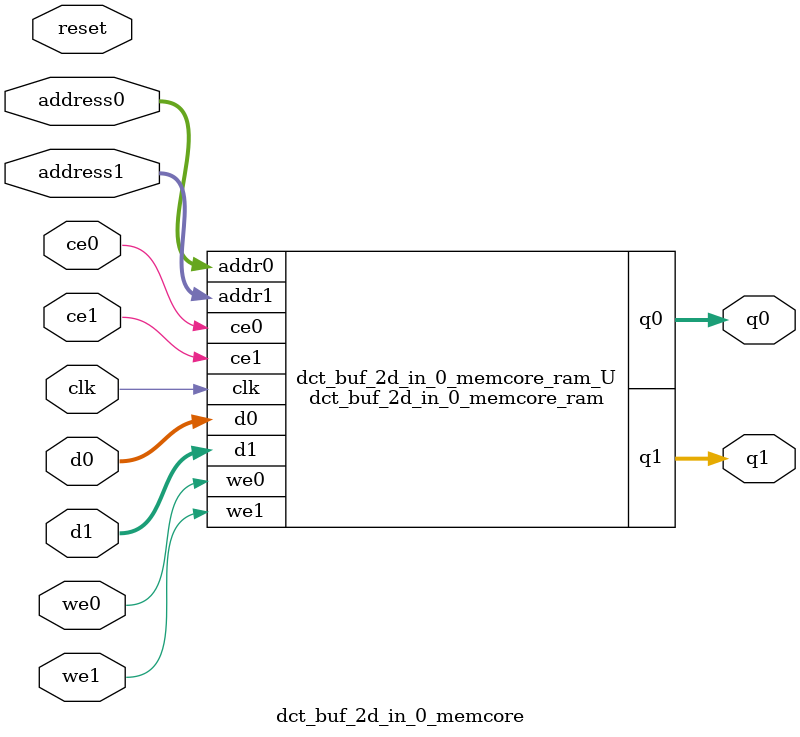
<source format=v>

`timescale 1 ns / 1 ps
module dct_buf_2d_in_0_memcore_ram (addr0, ce0, d0, we0, q0, addr1, ce1, d1, we1, q1,  clk);

parameter DWIDTH = 16;
parameter AWIDTH = 4;
parameter MEM_SIZE = 16;

input[AWIDTH-1:0] addr0;
input ce0;
input[DWIDTH-1:0] d0;
input we0;
output reg[DWIDTH-1:0] q0;
input[AWIDTH-1:0] addr1;
input ce1;
input[DWIDTH-1:0] d1;
input we1;
output reg[DWIDTH-1:0] q1;
input clk;

(* ram_style = "distributed" *)reg [DWIDTH-1:0] ram[0:MEM_SIZE-1];




always @(posedge clk)  
begin 
    if (ce0) 
    begin
        if (we0) 
        begin 
            ram[addr0] <= d0; 
            q0 <= d0;
        end 
        else 
            q0 <= ram[addr0];
    end
end


always @(posedge clk)  
begin 
    if (ce1) 
    begin
        if (we1) 
        begin 
            ram[addr1] <= d1; 
            q1 <= d1;
        end 
        else 
            q1 <= ram[addr1];
    end
end


endmodule


`timescale 1 ns / 1 ps
module dct_buf_2d_in_0_memcore(
    reset,
    clk,
    address0,
    ce0,
    we0,
    d0,
    q0,
    address1,
    ce1,
    we1,
    d1,
    q1);

parameter DataWidth = 32'd16;
parameter AddressRange = 32'd16;
parameter AddressWidth = 32'd4;
input reset;
input clk;
input[AddressWidth - 1:0] address0;
input ce0;
input we0;
input[DataWidth - 1:0] d0;
output[DataWidth - 1:0] q0;
input[AddressWidth - 1:0] address1;
input ce1;
input we1;
input[DataWidth - 1:0] d1;
output[DataWidth - 1:0] q1;



dct_buf_2d_in_0_memcore_ram dct_buf_2d_in_0_memcore_ram_U(
    .clk( clk ),
    .addr0( address0 ),
    .ce0( ce0 ),
    .d0( d0 ),
    .we0( we0 ),
    .q0( q0 ),
    .addr1( address1 ),
    .ce1( ce1 ),
    .d1( d1 ),
    .we1( we1 ),
    .q1( q1 ));

endmodule


</source>
